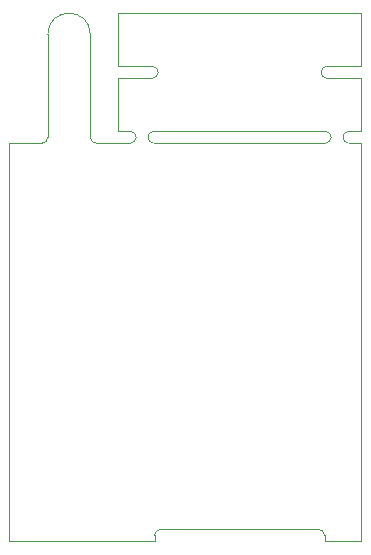
<source format=gm1>
G04 #@! TF.FileFunction,Profile,NP*
%FSLAX46Y46*%
G04 Gerber Fmt 4.6, Leading zero omitted, Abs format (unit mm)*
G04 Created by KiCad (PCBNEW 4.0.2+dfsg1-stable) date Do 09 Mär 2017 02:24:01 CET*
%MOMM*%
G01*
G04 APERTURE LIST*
%ADD10C,0.100000*%
G04 APERTURE END LIST*
D10*
X53950000Y-81700000D02*
X53950000Y-90400000D01*
X50350000Y-90400000D02*
X50350000Y-81700000D01*
X47100000Y-90900000D02*
X49850000Y-90900000D01*
X57270000Y-90900000D02*
X54450000Y-90900000D01*
X49850000Y-90900000D02*
G75*
G03X50350000Y-90400000I0J500000D01*
G01*
X53950000Y-90400000D02*
G75*
G03X54450000Y-90900000I500000J0D01*
G01*
X59390000Y-124600000D02*
X47100000Y-124600000D01*
X73780000Y-124600000D02*
X76900000Y-124600000D01*
X75900000Y-90900000D02*
X76900000Y-90900000D01*
X59390000Y-90900000D02*
X73780000Y-90900000D01*
X53950000Y-81700000D02*
G75*
G03X50350000Y-81700000I-1800000J0D01*
G01*
X47100000Y-124600000D02*
X47100000Y-90900000D01*
X59390000Y-124600000D02*
X59390000Y-124100000D01*
X73280000Y-123600000D02*
X59890000Y-123600000D01*
X73780000Y-124600000D02*
X73780000Y-124100000D01*
X59890000Y-123600000D02*
G75*
G03X59390000Y-124100000I0J-500000D01*
G01*
X73780000Y-124100000D02*
G75*
G03X73280000Y-123600000I-500000J0D01*
G01*
X73980000Y-85400000D02*
X76900000Y-85400000D01*
X73980000Y-84400000D02*
X76900000Y-84400000D01*
X59190000Y-84400000D02*
X56270000Y-84400000D01*
X59190000Y-85400000D02*
X56270000Y-85400000D01*
X73980000Y-84400000D02*
G75*
G03X73980000Y-85400000I0J-500000D01*
G01*
X59190000Y-85400000D02*
G75*
G03X59190000Y-84400000I0J500000D01*
G01*
X56270000Y-85400000D02*
X56270000Y-89900000D01*
X56270000Y-84400000D02*
X56270000Y-79900000D01*
X76900000Y-84400000D02*
X76900000Y-79900000D01*
X76900000Y-89900000D02*
X76900000Y-85400000D01*
X76900000Y-90900000D02*
X76900000Y-124600000D01*
X56270000Y-79900000D02*
X76900000Y-79900000D01*
X57330000Y-89900000D02*
X56270000Y-89900000D01*
X75840000Y-89900000D02*
X76900000Y-89900000D01*
X75840000Y-89900000D02*
G75*
G03X75840000Y-90900000I0J-500000D01*
G01*
X59330000Y-89900000D02*
X73840000Y-89900000D01*
X59390000Y-90900000D02*
X59330000Y-90900000D01*
X57270000Y-90900000D02*
X57330000Y-90900000D01*
X57330000Y-90900000D02*
G75*
G03X57330000Y-89900000I0J500000D01*
G01*
X59330000Y-89900000D02*
G75*
G03X59330000Y-90900000I0J-500000D01*
G01*
X73780000Y-90900000D02*
X73850000Y-90900000D01*
X75900000Y-90900000D02*
X75840000Y-90900000D01*
X73840000Y-90900000D02*
G75*
G03X73840000Y-89900000I0J500000D01*
G01*
M02*

</source>
